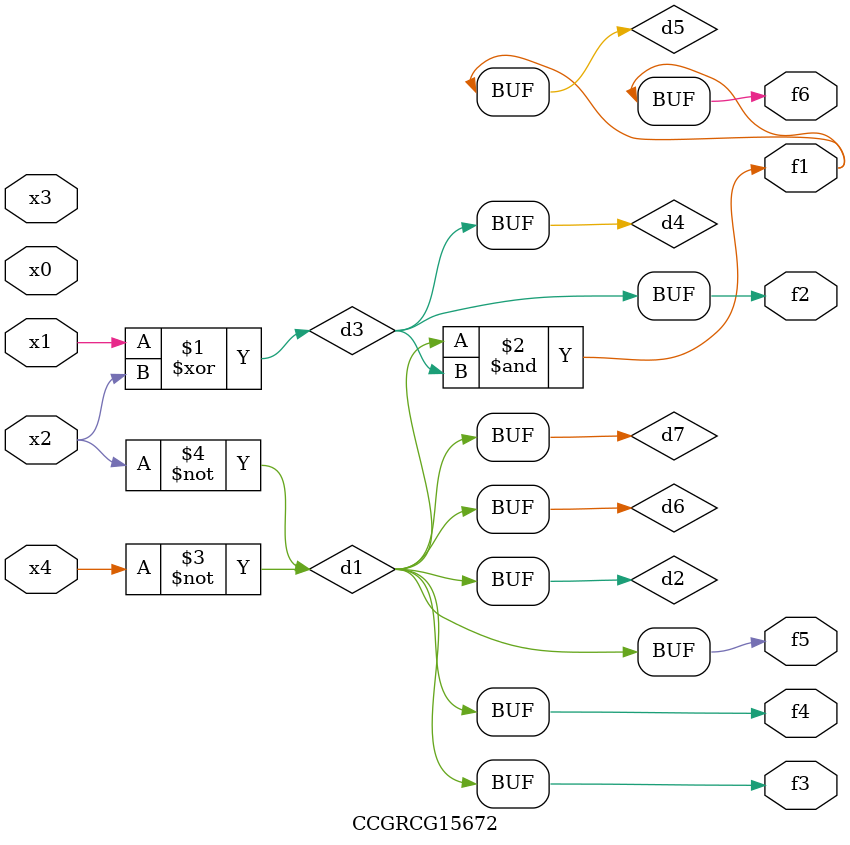
<source format=v>
module CCGRCG15672(
	input x0, x1, x2, x3, x4,
	output f1, f2, f3, f4, f5, f6
);

	wire d1, d2, d3, d4, d5, d6, d7;

	not (d1, x4);
	not (d2, x2);
	xor (d3, x1, x2);
	buf (d4, d3);
	and (d5, d1, d3);
	buf (d6, d1, d2);
	buf (d7, d2);
	assign f1 = d5;
	assign f2 = d4;
	assign f3 = d7;
	assign f4 = d7;
	assign f5 = d7;
	assign f6 = d5;
endmodule

</source>
